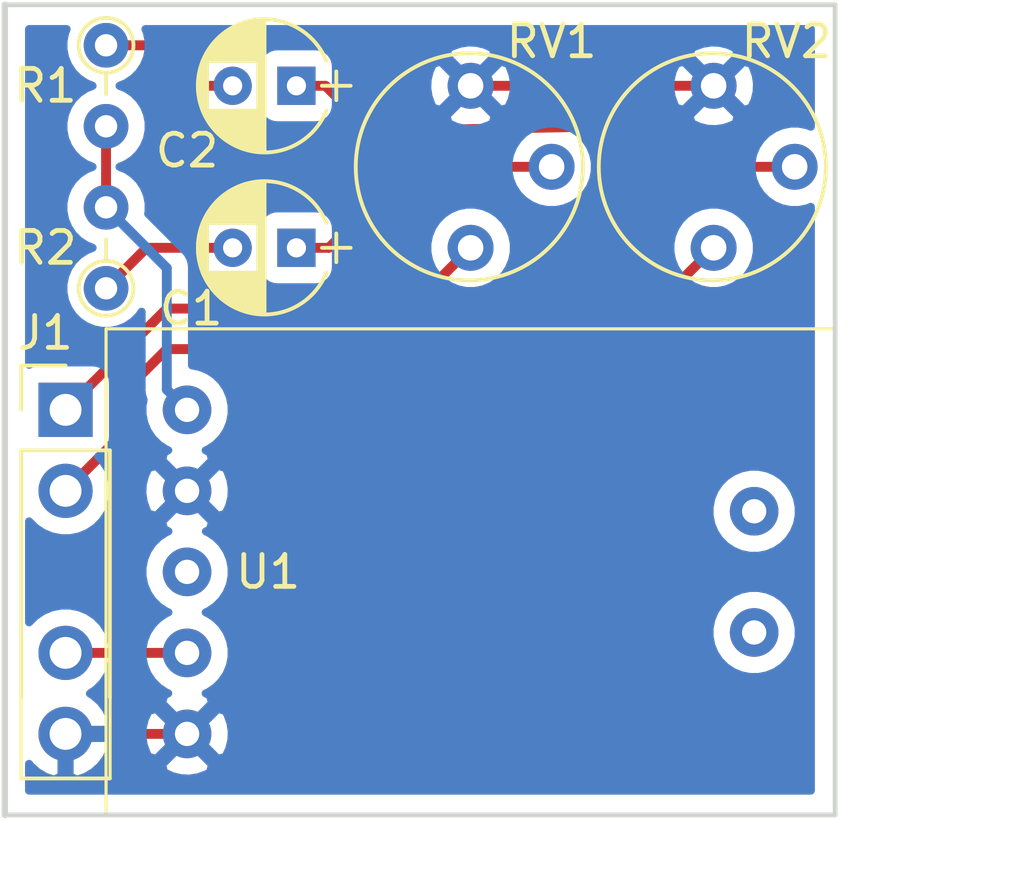
<source format=kicad_pcb>
(kicad_pcb (version 20171130) (host pcbnew "(5.1.5)-3")

  (general
    (thickness 1.6)
    (drawings 6)
    (tracks 30)
    (zones 0)
    (modules 8)
    (nets 10)
  )

  (page A4)
  (layers
    (0 F.Cu signal)
    (31 B.Cu signal)
    (32 B.Adhes user)
    (33 F.Adhes user)
    (34 B.Paste user)
    (35 F.Paste user)
    (36 B.SilkS user)
    (37 F.SilkS user)
    (38 B.Mask user)
    (39 F.Mask user)
    (40 Dwgs.User user)
    (41 Cmts.User user)
    (42 Eco1.User user)
    (43 Eco2.User user)
    (44 Edge.Cuts user)
    (45 Margin user)
    (46 B.CrtYd user)
    (47 F.CrtYd user)
    (48 B.Fab user)
    (49 F.Fab user)
  )

  (setup
    (last_trace_width 0.31)
    (trace_clearance 0.2)
    (zone_clearance 0.508)
    (zone_45_only no)
    (trace_min 0.2)
    (via_size 0.8)
    (via_drill 0.4)
    (via_min_size 0.4)
    (via_min_drill 0.3)
    (uvia_size 0.3)
    (uvia_drill 0.1)
    (uvias_allowed no)
    (uvia_min_size 0.2)
    (uvia_min_drill 0.1)
    (edge_width 0.15)
    (segment_width 0.2)
    (pcb_text_width 0.3)
    (pcb_text_size 1.5 1.5)
    (mod_edge_width 0.15)
    (mod_text_size 1 1)
    (mod_text_width 0.15)
    (pad_size 1.524 1.524)
    (pad_drill 0.762)
    (pad_to_mask_clearance 0.051)
    (solder_mask_min_width 0.25)
    (aux_axis_origin 0 0)
    (visible_elements 7FFFFFFF)
    (pcbplotparams
      (layerselection 0x20000_7ffffffe)
      (usegerberextensions false)
      (usegerberattributes false)
      (usegerberadvancedattributes false)
      (creategerberjobfile false)
      (excludeedgelayer false)
      (linewidth 0.100000)
      (plotframeref false)
      (viasonmask false)
      (mode 1)
      (useauxorigin false)
      (hpglpennumber 1)
      (hpglpenspeed 20)
      (hpglpendiameter 15.000000)
      (psnegative false)
      (psa4output false)
      (plotreference true)
      (plotvalue true)
      (plotinvisibletext false)
      (padsonsilk false)
      (subtractmaskfromsilk false)
      (outputformat 4)
      (mirror false)
      (drillshape 0)
      (scaleselection 1)
      (outputdirectory "Gerber/"))
  )

  (net 0 "")
  (net 1 GND)
  (net 2 "Net-(C1-Pad1)")
  (net 3 "Net-(C2-Pad1)")
  (net 4 +5V)
  (net 5 "Net-(J1-Pad2)")
  (net 6 "Net-(J1-Pad1)")
  (net 7 "Net-(C1-Pad2)")
  (net 8 "Net-(C2-Pad2)")
  (net 9 "Net-(R1-Pad2)")

  (net_class Default "Ceci est la Netclass par défaut"
    (clearance 0.2)
    (trace_width 0.31)
    (via_dia 0.8)
    (via_drill 0.4)
    (uvia_dia 0.3)
    (uvia_drill 0.1)
    (add_net +5V)
    (add_net GND)
    (add_net "Net-(C1-Pad1)")
    (add_net "Net-(C1-Pad2)")
    (add_net "Net-(C2-Pad1)")
    (add_net "Net-(C2-Pad2)")
    (add_net "Net-(J1-Pad1)")
    (add_net "Net-(J1-Pad2)")
    (add_net "Net-(R1-Pad2)")
  )

  (module Potentiometer_Trimmer_Vishay_T7YA_Horizontal (layer F.Cu) (tedit 5DCEC8BE) (tstamp 5DCEC929)
    (at 156.21 60.96)
    (descr "Potentiometer, horizontally mounted, Omeg PC16PU, Omeg PC16PU, Omeg PC16PU, Vishay/Spectrol 248GJ/249GJ Single, Vishay/Spectrol 248GJ/249GJ Single, Vishay/Spectrol 248GJ/249GJ Single, Vishay/Spectrol 248GH/249GH Single, Vishay/Spectrol 148/149 Single, Vishay/Spectrol 148/149 Single, Vishay/Spectrol 148/149 Single, Vishay/Spectrol 148A/149A Single with mounting plates, Vishay/Spectrol 148/149 Double, Vishay/Spectrol 148A/149A Double with mounting plates, Piher PC-16 Single, Piher PC-16 Single, Piher PC-16 Single, Piher PC-16SV Single, Piher PC-16 Double, Piher PC-16 Triple, Piher T16H Single, Piher T16L Single, Piher T16H Double, Alps RK163 Single, Alps RK163 Double, Alps RK097 Single, Alps RK097 Double, Bourns PTV09A-2 Single with mounting sleve Single, Bourns PTV09A-1 with mounting sleve Single, Bourns PRS11S Single, Alps RK09K Single with mounting sleve Single, Alps RK09K with mounting sleve Single, Alps RK09L Single, Alps RK09L Single, Alps RK09L Double, Alps RK09L Double, Alps RK09Y Single, Bourns 3339S Single, Bourns 3339S Single, Bourns 3339P Single, Bourns 3339H Single, Vishay T7YA Single, http://www.vishay.com/docs/51015/t7.pdf")
    (tags "Potentiometer horizontal  Omeg PC16PU  Omeg PC16PU  Omeg PC16PU  Vishay/Spectrol 248GJ/249GJ Single  Vishay/Spectrol 248GJ/249GJ Single  Vishay/Spectrol 248GJ/249GJ Single  Vishay/Spectrol 248GH/249GH Single  Vishay/Spectrol 148/149 Single  Vishay/Spectrol 148/149 Single  Vishay/Spectrol 148/149 Single  Vishay/Spectrol 148A/149A Single with mounting plates  Vishay/Spectrol 148/149 Double  Vishay/Spectrol 148A/149A Double with mounting plates  Piher PC-16 Single  Piher PC-16 Single  Piher PC-16 Single  Piher PC-16SV Single  Piher PC-16 Double  Piher PC-16 Triple  Piher T16H Single  Piher T16L Single  Piher T16H Double  Alps RK163 Single  Alps RK163 Double  Alps RK097 Single  Alps RK097 Double  Bourns PTV09A-2 Single with mounting sleve Single  Bourns PTV09A-1 with mounting sleve Single  Bourns PRS11S Single  Alps RK09K Single with mounting sleve Single  Alps RK09K with mounting sleve Single  Alps RK09L Single  Alps RK09L Single  Alps RK09L Double  Alps RK09L Double  Alps RK09Y Single  Bourns 3339S Single  Bourns 3339S Single  Bourns 3339P Single  Bourns 3339H Single  Vishay T7YA Single")
    (path /5DCD93E5)
    (fp_text reference RV2 (at 2.286 -6.477) (layer F.SilkS)
      (effects (font (size 1 1) (thickness 0.15)))
    )
    (fp_text value 10K (at 0.762 -1.397) (layer F.Fab)
      (effects (font (size 1 1) (thickness 0.15)))
    )
    (fp_circle (center -0.04 -2.54) (end 3.46 -2.54) (layer F.Fab) (width 0.1))
    (fp_circle (center -0.04 -2.54) (end 2.01 -2.54) (layer F.Fab) (width 0.1))
    (fp_circle (center -0.041 -2.54) (end 2.009 -2.54) (layer F.Fab) (width 0.1))
    (fp_circle (center -0.041 -2.54) (end 3.519 -2.54) (layer F.SilkS) (width 0.12))
    (fp_line (start 1.515 -3.844) (end -1.345 -0.985) (layer F.Fab) (width 0.1))
    (fp_line (start 1.265 -4.094) (end -1.595 -1.235) (layer F.Fab) (width 0.1))
    (fp_line (start -3.8 -6.3) (end -3.8 1.25) (layer F.CrtYd) (width 0.05))
    (fp_line (start -3.8 1.25) (end 3.75 1.25) (layer F.CrtYd) (width 0.05))
    (fp_line (start 3.75 1.25) (end 3.75 -6.3) (layer F.CrtYd) (width 0.05))
    (fp_line (start 3.75 -6.3) (end -3.8 -6.3) (layer F.CrtYd) (width 0.05))
    (pad 3 thru_hole circle (at 0 -5.08) (size 1.44 1.44) (drill 0.8) (layers *.Cu *.Mask)
      (net 1 GND))
    (pad 2 thru_hole circle (at 2.54 -2.54) (size 1.44 1.44) (drill 0.8) (layers *.Cu *.Mask)
      (net 3 "Net-(C2-Pad1)"))
    (pad 1 thru_hole circle (at 0 0) (size 1.44 1.44) (drill 0.8) (layers *.Cu *.Mask)
      (net 5 "Net-(J1-Pad2)"))
    (model ${KISYS3DMOD}/Potentiometer_THT.3dshapes/Potentiometer_Bourns_3339P_Vertical.wrl
      (offset (xyz 0 5.08 0))
      (scale (xyz 1 1 0.7))
      (rotate (xyz 0 0 180))
    )
  )

  (module pam8302a (layer F.Cu) (tedit 5DCD9018) (tstamp 5DCECE10)
    (at 139.7 71.12)
    (path /5DCD8E8B)
    (fp_text reference U1 (at 2.54 0) (layer F.SilkS)
      (effects (font (size 1 1) (thickness 0.15)))
    )
    (fp_text value PAM8302A (at 10.16 -0.5) (layer F.Fab)
      (effects (font (size 1 1) (thickness 0.15)))
    )
    (fp_line (start -2.54 7.62) (end -2.54 -7.62) (layer F.SilkS) (width 0.1))
    (fp_line (start 20.32 7.62) (end -2.54 7.62) (layer F.SilkS) (width 0.1))
    (fp_line (start 20.32 -7.62) (end 20.32 7.62) (layer F.SilkS) (width 0.1))
    (fp_line (start -2.54 -7.62) (end 20.32 -7.62) (layer F.SilkS) (width 0.1))
    (fp_line (start -2.54 -7.62) (end -2.54 7.62) (layer F.Fab) (width 0.1))
    (fp_line (start 20.32 -7.62) (end -2.54 -7.62) (layer F.Fab) (width 0.1))
    (fp_line (start 20.32 7.62) (end 20.32 -7.62) (layer F.Fab) (width 0.1))
    (fp_line (start -2.54 7.62) (end 20.32 7.62) (layer F.Fab) (width 0.1))
    (pad 7 thru_hole circle (at 17.78 1.9) (size 1.524 1.524) (drill 0.762) (layers *.Cu *.Mask))
    (pad 6 thru_hole circle (at 17.78 -1.9) (size 1.524 1.524) (drill 0.762) (layers *.Cu *.Mask))
    (pad 5 thru_hole circle (at 0 5.08) (size 1.524 1.524) (drill 0.762) (layers *.Cu *.Mask)
      (net 1 GND))
    (pad 4 thru_hole circle (at 0 2.54) (size 1.524 1.524) (drill 0.762) (layers *.Cu *.Mask)
      (net 4 +5V))
    (pad 3 thru_hole circle (at 0 0) (size 1.524 1.524) (drill 0.762) (layers *.Cu *.Mask))
    (pad 2 thru_hole circle (at 0 -2.54) (size 1.524 1.524) (drill 0.762) (layers *.Cu *.Mask)
      (net 1 GND))
    (pad 1 thru_hole circle (at 0 -5.08) (size 1.524 1.524) (drill 0.762) (layers *.Cu *.Mask)
      (net 9 "Net-(R1-Pad2)"))
  )

  (module CP_Radial_D4.0mm_P2.00mm (layer F.Cu) (tedit 5920C256) (tstamp 5E087077)
    (at 143.129 60.96 180)
    (descr "CP, Radial series, Radial, pin pitch=2.00mm, , diameter=4mm, Electrolytic Capacitor")
    (tags "CP Radial series Radial pin pitch 2.00mm  diameter 4mm Electrolytic Capacitor")
    (path /5DCD958C)
    (fp_text reference C1 (at 3.302 -1.905 180) (layer F.SilkS)
      (effects (font (size 1 1) (thickness 0.15)))
    )
    (fp_text value 10uF (at 1.016 -0.762 180) (layer F.Fab)
      (effects (font (size 1 1) (thickness 0.15)))
    )
    (fp_text user %R (at 1.016 1.143 180) (layer F.Fab)
      (effects (font (size 1 1) (thickness 0.15)))
    )
    (fp_line (start -1.7 0) (end -0.8 0) (layer F.Fab) (width 0.1))
    (fp_line (start -1.25 -0.45) (end -1.25 0.45) (layer F.Fab) (width 0.1))
    (fp_line (start 1 -2.05) (end 1 2.05) (layer F.SilkS) (width 0.12))
    (fp_line (start 1.04 -2.05) (end 1.04 2.05) (layer F.SilkS) (width 0.12))
    (fp_line (start 1.08 -2.049) (end 1.08 2.049) (layer F.SilkS) (width 0.12))
    (fp_line (start 1.12 -2.047) (end 1.12 2.047) (layer F.SilkS) (width 0.12))
    (fp_line (start 1.16 -2.044) (end 1.16 2.044) (layer F.SilkS) (width 0.12))
    (fp_line (start 1.2 -2.041) (end 1.2 2.041) (layer F.SilkS) (width 0.12))
    (fp_line (start 1.24 -2.037) (end 1.24 -0.78) (layer F.SilkS) (width 0.12))
    (fp_line (start 1.24 0.78) (end 1.24 2.037) (layer F.SilkS) (width 0.12))
    (fp_line (start 1.28 -2.032) (end 1.28 -0.78) (layer F.SilkS) (width 0.12))
    (fp_line (start 1.28 0.78) (end 1.28 2.032) (layer F.SilkS) (width 0.12))
    (fp_line (start 1.32 -2.026) (end 1.32 -0.78) (layer F.SilkS) (width 0.12))
    (fp_line (start 1.32 0.78) (end 1.32 2.026) (layer F.SilkS) (width 0.12))
    (fp_line (start 1.36 -2.019) (end 1.36 -0.78) (layer F.SilkS) (width 0.12))
    (fp_line (start 1.36 0.78) (end 1.36 2.019) (layer F.SilkS) (width 0.12))
    (fp_line (start 1.4 -2.012) (end 1.4 -0.78) (layer F.SilkS) (width 0.12))
    (fp_line (start 1.4 0.78) (end 1.4 2.012) (layer F.SilkS) (width 0.12))
    (fp_line (start 1.44 -2.004) (end 1.44 -0.78) (layer F.SilkS) (width 0.12))
    (fp_line (start 1.44 0.78) (end 1.44 2.004) (layer F.SilkS) (width 0.12))
    (fp_line (start 1.48 -1.995) (end 1.48 -0.78) (layer F.SilkS) (width 0.12))
    (fp_line (start 1.48 0.78) (end 1.48 1.995) (layer F.SilkS) (width 0.12))
    (fp_line (start 1.52 -1.985) (end 1.52 -0.78) (layer F.SilkS) (width 0.12))
    (fp_line (start 1.52 0.78) (end 1.52 1.985) (layer F.SilkS) (width 0.12))
    (fp_line (start 1.56 -1.974) (end 1.56 -0.78) (layer F.SilkS) (width 0.12))
    (fp_line (start 1.56 0.78) (end 1.56 1.974) (layer F.SilkS) (width 0.12))
    (fp_line (start 1.6 -1.963) (end 1.6 -0.78) (layer F.SilkS) (width 0.12))
    (fp_line (start 1.6 0.78) (end 1.6 1.963) (layer F.SilkS) (width 0.12))
    (fp_line (start 1.64 -1.95) (end 1.64 -0.78) (layer F.SilkS) (width 0.12))
    (fp_line (start 1.64 0.78) (end 1.64 1.95) (layer F.SilkS) (width 0.12))
    (fp_line (start 1.68 -1.937) (end 1.68 -0.78) (layer F.SilkS) (width 0.12))
    (fp_line (start 1.68 0.78) (end 1.68 1.937) (layer F.SilkS) (width 0.12))
    (fp_line (start 1.721 -1.923) (end 1.721 -0.78) (layer F.SilkS) (width 0.12))
    (fp_line (start 1.721 0.78) (end 1.721 1.923) (layer F.SilkS) (width 0.12))
    (fp_line (start 1.761 -1.907) (end 1.761 -0.78) (layer F.SilkS) (width 0.12))
    (fp_line (start 1.761 0.78) (end 1.761 1.907) (layer F.SilkS) (width 0.12))
    (fp_line (start 1.801 -1.891) (end 1.801 -0.78) (layer F.SilkS) (width 0.12))
    (fp_line (start 1.801 0.78) (end 1.801 1.891) (layer F.SilkS) (width 0.12))
    (fp_line (start 1.841 -1.874) (end 1.841 -0.78) (layer F.SilkS) (width 0.12))
    (fp_line (start 1.841 0.78) (end 1.841 1.874) (layer F.SilkS) (width 0.12))
    (fp_line (start 1.881 -1.856) (end 1.881 -0.78) (layer F.SilkS) (width 0.12))
    (fp_line (start 1.881 0.78) (end 1.881 1.856) (layer F.SilkS) (width 0.12))
    (fp_line (start 1.921 -1.837) (end 1.921 -0.78) (layer F.SilkS) (width 0.12))
    (fp_line (start 1.921 0.78) (end 1.921 1.837) (layer F.SilkS) (width 0.12))
    (fp_line (start 1.961 -1.817) (end 1.961 -0.78) (layer F.SilkS) (width 0.12))
    (fp_line (start 1.961 0.78) (end 1.961 1.817) (layer F.SilkS) (width 0.12))
    (fp_line (start 2.001 -1.796) (end 2.001 -0.78) (layer F.SilkS) (width 0.12))
    (fp_line (start 2.001 0.78) (end 2.001 1.796) (layer F.SilkS) (width 0.12))
    (fp_line (start 2.041 -1.773) (end 2.041 -0.78) (layer F.SilkS) (width 0.12))
    (fp_line (start 2.041 0.78) (end 2.041 1.773) (layer F.SilkS) (width 0.12))
    (fp_line (start 2.081 -1.75) (end 2.081 -0.78) (layer F.SilkS) (width 0.12))
    (fp_line (start 2.081 0.78) (end 2.081 1.75) (layer F.SilkS) (width 0.12))
    (fp_line (start 2.121 -1.725) (end 2.121 -0.78) (layer F.SilkS) (width 0.12))
    (fp_line (start 2.121 0.78) (end 2.121 1.725) (layer F.SilkS) (width 0.12))
    (fp_line (start 2.161 -1.699) (end 2.161 -0.78) (layer F.SilkS) (width 0.12))
    (fp_line (start 2.161 0.78) (end 2.161 1.699) (layer F.SilkS) (width 0.12))
    (fp_line (start 2.201 -1.672) (end 2.201 -0.78) (layer F.SilkS) (width 0.12))
    (fp_line (start 2.201 0.78) (end 2.201 1.672) (layer F.SilkS) (width 0.12))
    (fp_line (start 2.241 -1.643) (end 2.241 -0.78) (layer F.SilkS) (width 0.12))
    (fp_line (start 2.241 0.78) (end 2.241 1.643) (layer F.SilkS) (width 0.12))
    (fp_line (start 2.281 -1.613) (end 2.281 -0.78) (layer F.SilkS) (width 0.12))
    (fp_line (start 2.281 0.78) (end 2.281 1.613) (layer F.SilkS) (width 0.12))
    (fp_line (start 2.321 -1.581) (end 2.321 -0.78) (layer F.SilkS) (width 0.12))
    (fp_line (start 2.321 0.78) (end 2.321 1.581) (layer F.SilkS) (width 0.12))
    (fp_line (start 2.361 -1.547) (end 2.361 -0.78) (layer F.SilkS) (width 0.12))
    (fp_line (start 2.361 0.78) (end 2.361 1.547) (layer F.SilkS) (width 0.12))
    (fp_line (start 2.401 -1.512) (end 2.401 -0.78) (layer F.SilkS) (width 0.12))
    (fp_line (start 2.401 0.78) (end 2.401 1.512) (layer F.SilkS) (width 0.12))
    (fp_line (start 2.441 -1.475) (end 2.441 -0.78) (layer F.SilkS) (width 0.12))
    (fp_line (start 2.441 0.78) (end 2.441 1.475) (layer F.SilkS) (width 0.12))
    (fp_line (start 2.481 -1.436) (end 2.481 -0.78) (layer F.SilkS) (width 0.12))
    (fp_line (start 2.481 0.78) (end 2.481 1.436) (layer F.SilkS) (width 0.12))
    (fp_line (start 2.521 -1.395) (end 2.521 -0.78) (layer F.SilkS) (width 0.12))
    (fp_line (start 2.521 0.78) (end 2.521 1.395) (layer F.SilkS) (width 0.12))
    (fp_line (start 2.561 -1.351) (end 2.561 -0.78) (layer F.SilkS) (width 0.12))
    (fp_line (start 2.561 0.78) (end 2.561 1.351) (layer F.SilkS) (width 0.12))
    (fp_line (start 2.601 -1.305) (end 2.601 -0.78) (layer F.SilkS) (width 0.12))
    (fp_line (start 2.601 0.78) (end 2.601 1.305) (layer F.SilkS) (width 0.12))
    (fp_line (start 2.641 -1.256) (end 2.641 -0.78) (layer F.SilkS) (width 0.12))
    (fp_line (start 2.641 0.78) (end 2.641 1.256) (layer F.SilkS) (width 0.12))
    (fp_line (start 2.681 -1.204) (end 2.681 -0.78) (layer F.SilkS) (width 0.12))
    (fp_line (start 2.681 0.78) (end 2.681 1.204) (layer F.SilkS) (width 0.12))
    (fp_line (start 2.721 -1.148) (end 2.721 -0.78) (layer F.SilkS) (width 0.12))
    (fp_line (start 2.721 0.78) (end 2.721 1.148) (layer F.SilkS) (width 0.12))
    (fp_line (start 2.761 -1.088) (end 2.761 -0.78) (layer F.SilkS) (width 0.12))
    (fp_line (start 2.761 0.78) (end 2.761 1.088) (layer F.SilkS) (width 0.12))
    (fp_line (start 2.801 -1.023) (end 2.801 1.023) (layer F.SilkS) (width 0.12))
    (fp_line (start 2.841 -0.952) (end 2.841 0.952) (layer F.SilkS) (width 0.12))
    (fp_line (start 2.881 -0.874) (end 2.881 0.874) (layer F.SilkS) (width 0.12))
    (fp_line (start 2.921 -0.786) (end 2.921 0.786) (layer F.SilkS) (width 0.12))
    (fp_line (start 2.961 -0.686) (end 2.961 0.686) (layer F.SilkS) (width 0.12))
    (fp_line (start 3.001 -0.567) (end 3.001 0.567) (layer F.SilkS) (width 0.12))
    (fp_line (start 3.041 -0.415) (end 3.041 0.415) (layer F.SilkS) (width 0.12))
    (fp_line (start 3.081 -0.165) (end 3.081 0.165) (layer F.SilkS) (width 0.12))
    (fp_line (start -1.7 0) (end -0.8 0) (layer F.SilkS) (width 0.12))
    (fp_line (start -1.25 -0.45) (end -1.25 0.45) (layer F.SilkS) (width 0.12))
    (fp_line (start -1.35 -2.35) (end -1.35 2.35) (layer F.CrtYd) (width 0.05))
    (fp_line (start -1.35 2.35) (end 3.35 2.35) (layer F.CrtYd) (width 0.05))
    (fp_line (start 3.35 2.35) (end 3.35 -2.35) (layer F.CrtYd) (width 0.05))
    (fp_line (start 3.35 -2.35) (end -1.35 -2.35) (layer F.CrtYd) (width 0.05))
    (fp_circle (center 1 0) (end 3 0) (layer F.Fab) (width 0.1))
    (fp_arc (start 1 0) (end -0.938995 -0.78) (angle 136.2) (layer F.SilkS) (width 0.12))
    (fp_arc (start 1 0) (end -0.938995 0.78) (angle -136.2) (layer F.SilkS) (width 0.12))
    (fp_arc (start 1 0) (end 2.938995 -0.78) (angle 43.8) (layer F.SilkS) (width 0.12))
    (pad 1 thru_hole rect (at 0 0 180) (size 1.2 1.2) (drill 0.6) (layers *.Cu *.Mask)
      (net 2 "Net-(C1-Pad1)"))
    (pad 2 thru_hole circle (at 2 0 180) (size 1.2 1.2) (drill 0.6) (layers *.Cu *.Mask)
      (net 7 "Net-(C1-Pad2)"))
    (model ${KISYS3DMOD}/Capacitor_THT.3dshapes/CP_Radial_D4.0mm_P2.00mm.wrl
      (at (xyz 0 0 0))
      (scale (xyz 1 1 1.5))
      (rotate (xyz 0 0 0))
    )
  )

  (module CP_Radial_D4.0mm_P2.00mm (layer F.Cu) (tedit 5920C256) (tstamp 5E08690B)
    (at 143.129 55.88 180)
    (descr "CP, Radial series, Radial, pin pitch=2.00mm, , diameter=4mm, Electrolytic Capacitor")
    (tags "CP Radial series Radial pin pitch 2.00mm  diameter 4mm Electrolytic Capacitor")
    (path /5DCEC1EA)
    (fp_text reference C2 (at 3.429 -2.032 180) (layer F.SilkS)
      (effects (font (size 1 1) (thickness 0.15)))
    )
    (fp_text value 10uF (at 1.016 -0.635 180) (layer F.Fab)
      (effects (font (size 1 1) (thickness 0.15)))
    )
    (fp_arc (start 1 0) (end 2.938995 -0.78) (angle 43.8) (layer F.SilkS) (width 0.12))
    (fp_arc (start 1 0) (end -0.938995 0.78) (angle -136.2) (layer F.SilkS) (width 0.12))
    (fp_arc (start 1 0) (end -0.938995 -0.78) (angle 136.2) (layer F.SilkS) (width 0.12))
    (fp_circle (center 1 0) (end 3 0) (layer F.Fab) (width 0.1))
    (fp_line (start 3.35 -2.35) (end -1.35 -2.35) (layer F.CrtYd) (width 0.05))
    (fp_line (start 3.35 2.35) (end 3.35 -2.35) (layer F.CrtYd) (width 0.05))
    (fp_line (start -1.35 2.35) (end 3.35 2.35) (layer F.CrtYd) (width 0.05))
    (fp_line (start -1.35 -2.35) (end -1.35 2.35) (layer F.CrtYd) (width 0.05))
    (fp_line (start -1.25 -0.45) (end -1.25 0.45) (layer F.SilkS) (width 0.12))
    (fp_line (start -1.7 0) (end -0.8 0) (layer F.SilkS) (width 0.12))
    (fp_line (start 3.081 -0.165) (end 3.081 0.165) (layer F.SilkS) (width 0.12))
    (fp_line (start 3.041 -0.415) (end 3.041 0.415) (layer F.SilkS) (width 0.12))
    (fp_line (start 3.001 -0.567) (end 3.001 0.567) (layer F.SilkS) (width 0.12))
    (fp_line (start 2.961 -0.686) (end 2.961 0.686) (layer F.SilkS) (width 0.12))
    (fp_line (start 2.921 -0.786) (end 2.921 0.786) (layer F.SilkS) (width 0.12))
    (fp_line (start 2.881 -0.874) (end 2.881 0.874) (layer F.SilkS) (width 0.12))
    (fp_line (start 2.841 -0.952) (end 2.841 0.952) (layer F.SilkS) (width 0.12))
    (fp_line (start 2.801 -1.023) (end 2.801 1.023) (layer F.SilkS) (width 0.12))
    (fp_line (start 2.761 0.78) (end 2.761 1.088) (layer F.SilkS) (width 0.12))
    (fp_line (start 2.761 -1.088) (end 2.761 -0.78) (layer F.SilkS) (width 0.12))
    (fp_line (start 2.721 0.78) (end 2.721 1.148) (layer F.SilkS) (width 0.12))
    (fp_line (start 2.721 -1.148) (end 2.721 -0.78) (layer F.SilkS) (width 0.12))
    (fp_line (start 2.681 0.78) (end 2.681 1.204) (layer F.SilkS) (width 0.12))
    (fp_line (start 2.681 -1.204) (end 2.681 -0.78) (layer F.SilkS) (width 0.12))
    (fp_line (start 2.641 0.78) (end 2.641 1.256) (layer F.SilkS) (width 0.12))
    (fp_line (start 2.641 -1.256) (end 2.641 -0.78) (layer F.SilkS) (width 0.12))
    (fp_line (start 2.601 0.78) (end 2.601 1.305) (layer F.SilkS) (width 0.12))
    (fp_line (start 2.601 -1.305) (end 2.601 -0.78) (layer F.SilkS) (width 0.12))
    (fp_line (start 2.561 0.78) (end 2.561 1.351) (layer F.SilkS) (width 0.12))
    (fp_line (start 2.561 -1.351) (end 2.561 -0.78) (layer F.SilkS) (width 0.12))
    (fp_line (start 2.521 0.78) (end 2.521 1.395) (layer F.SilkS) (width 0.12))
    (fp_line (start 2.521 -1.395) (end 2.521 -0.78) (layer F.SilkS) (width 0.12))
    (fp_line (start 2.481 0.78) (end 2.481 1.436) (layer F.SilkS) (width 0.12))
    (fp_line (start 2.481 -1.436) (end 2.481 -0.78) (layer F.SilkS) (width 0.12))
    (fp_line (start 2.441 0.78) (end 2.441 1.475) (layer F.SilkS) (width 0.12))
    (fp_line (start 2.441 -1.475) (end 2.441 -0.78) (layer F.SilkS) (width 0.12))
    (fp_line (start 2.401 0.78) (end 2.401 1.512) (layer F.SilkS) (width 0.12))
    (fp_line (start 2.401 -1.512) (end 2.401 -0.78) (layer F.SilkS) (width 0.12))
    (fp_line (start 2.361 0.78) (end 2.361 1.547) (layer F.SilkS) (width 0.12))
    (fp_line (start 2.361 -1.547) (end 2.361 -0.78) (layer F.SilkS) (width 0.12))
    (fp_line (start 2.321 0.78) (end 2.321 1.581) (layer F.SilkS) (width 0.12))
    (fp_line (start 2.321 -1.581) (end 2.321 -0.78) (layer F.SilkS) (width 0.12))
    (fp_line (start 2.281 0.78) (end 2.281 1.613) (layer F.SilkS) (width 0.12))
    (fp_line (start 2.281 -1.613) (end 2.281 -0.78) (layer F.SilkS) (width 0.12))
    (fp_line (start 2.241 0.78) (end 2.241 1.643) (layer F.SilkS) (width 0.12))
    (fp_line (start 2.241 -1.643) (end 2.241 -0.78) (layer F.SilkS) (width 0.12))
    (fp_line (start 2.201 0.78) (end 2.201 1.672) (layer F.SilkS) (width 0.12))
    (fp_line (start 2.201 -1.672) (end 2.201 -0.78) (layer F.SilkS) (width 0.12))
    (fp_line (start 2.161 0.78) (end 2.161 1.699) (layer F.SilkS) (width 0.12))
    (fp_line (start 2.161 -1.699) (end 2.161 -0.78) (layer F.SilkS) (width 0.12))
    (fp_line (start 2.121 0.78) (end 2.121 1.725) (layer F.SilkS) (width 0.12))
    (fp_line (start 2.121 -1.725) (end 2.121 -0.78) (layer F.SilkS) (width 0.12))
    (fp_line (start 2.081 0.78) (end 2.081 1.75) (layer F.SilkS) (width 0.12))
    (fp_line (start 2.081 -1.75) (end 2.081 -0.78) (layer F.SilkS) (width 0.12))
    (fp_line (start 2.041 0.78) (end 2.041 1.773) (layer F.SilkS) (width 0.12))
    (fp_line (start 2.041 -1.773) (end 2.041 -0.78) (layer F.SilkS) (width 0.12))
    (fp_line (start 2.001 0.78) (end 2.001 1.796) (layer F.SilkS) (width 0.12))
    (fp_line (start 2.001 -1.796) (end 2.001 -0.78) (layer F.SilkS) (width 0.12))
    (fp_line (start 1.961 0.78) (end 1.961 1.817) (layer F.SilkS) (width 0.12))
    (fp_line (start 1.961 -1.817) (end 1.961 -0.78) (layer F.SilkS) (width 0.12))
    (fp_line (start 1.921 0.78) (end 1.921 1.837) (layer F.SilkS) (width 0.12))
    (fp_line (start 1.921 -1.837) (end 1.921 -0.78) (layer F.SilkS) (width 0.12))
    (fp_line (start 1.881 0.78) (end 1.881 1.856) (layer F.SilkS) (width 0.12))
    (fp_line (start 1.881 -1.856) (end 1.881 -0.78) (layer F.SilkS) (width 0.12))
    (fp_line (start 1.841 0.78) (end 1.841 1.874) (layer F.SilkS) (width 0.12))
    (fp_line (start 1.841 -1.874) (end 1.841 -0.78) (layer F.SilkS) (width 0.12))
    (fp_line (start 1.801 0.78) (end 1.801 1.891) (layer F.SilkS) (width 0.12))
    (fp_line (start 1.801 -1.891) (end 1.801 -0.78) (layer F.SilkS) (width 0.12))
    (fp_line (start 1.761 0.78) (end 1.761 1.907) (layer F.SilkS) (width 0.12))
    (fp_line (start 1.761 -1.907) (end 1.761 -0.78) (layer F.SilkS) (width 0.12))
    (fp_line (start 1.721 0.78) (end 1.721 1.923) (layer F.SilkS) (width 0.12))
    (fp_line (start 1.721 -1.923) (end 1.721 -0.78) (layer F.SilkS) (width 0.12))
    (fp_line (start 1.68 0.78) (end 1.68 1.937) (layer F.SilkS) (width 0.12))
    (fp_line (start 1.68 -1.937) (end 1.68 -0.78) (layer F.SilkS) (width 0.12))
    (fp_line (start 1.64 0.78) (end 1.64 1.95) (layer F.SilkS) (width 0.12))
    (fp_line (start 1.64 -1.95) (end 1.64 -0.78) (layer F.SilkS) (width 0.12))
    (fp_line (start 1.6 0.78) (end 1.6 1.963) (layer F.SilkS) (width 0.12))
    (fp_line (start 1.6 -1.963) (end 1.6 -0.78) (layer F.SilkS) (width 0.12))
    (fp_line (start 1.56 0.78) (end 1.56 1.974) (layer F.SilkS) (width 0.12))
    (fp_line (start 1.56 -1.974) (end 1.56 -0.78) (layer F.SilkS) (width 0.12))
    (fp_line (start 1.52 0.78) (end 1.52 1.985) (layer F.SilkS) (width 0.12))
    (fp_line (start 1.52 -1.985) (end 1.52 -0.78) (layer F.SilkS) (width 0.12))
    (fp_line (start 1.48 0.78) (end 1.48 1.995) (layer F.SilkS) (width 0.12))
    (fp_line (start 1.48 -1.995) (end 1.48 -0.78) (layer F.SilkS) (width 0.12))
    (fp_line (start 1.44 0.78) (end 1.44 2.004) (layer F.SilkS) (width 0.12))
    (fp_line (start 1.44 -2.004) (end 1.44 -0.78) (layer F.SilkS) (width 0.12))
    (fp_line (start 1.4 0.78) (end 1.4 2.012) (layer F.SilkS) (width 0.12))
    (fp_line (start 1.4 -2.012) (end 1.4 -0.78) (layer F.SilkS) (width 0.12))
    (fp_line (start 1.36 0.78) (end 1.36 2.019) (layer F.SilkS) (width 0.12))
    (fp_line (start 1.36 -2.019) (end 1.36 -0.78) (layer F.SilkS) (width 0.12))
    (fp_line (start 1.32 0.78) (end 1.32 2.026) (layer F.SilkS) (width 0.12))
    (fp_line (start 1.32 -2.026) (end 1.32 -0.78) (layer F.SilkS) (width 0.12))
    (fp_line (start 1.28 0.78) (end 1.28 2.032) (layer F.SilkS) (width 0.12))
    (fp_line (start 1.28 -2.032) (end 1.28 -0.78) (layer F.SilkS) (width 0.12))
    (fp_line (start 1.24 0.78) (end 1.24 2.037) (layer F.SilkS) (width 0.12))
    (fp_line (start 1.24 -2.037) (end 1.24 -0.78) (layer F.SilkS) (width 0.12))
    (fp_line (start 1.2 -2.041) (end 1.2 2.041) (layer F.SilkS) (width 0.12))
    (fp_line (start 1.16 -2.044) (end 1.16 2.044) (layer F.SilkS) (width 0.12))
    (fp_line (start 1.12 -2.047) (end 1.12 2.047) (layer F.SilkS) (width 0.12))
    (fp_line (start 1.08 -2.049) (end 1.08 2.049) (layer F.SilkS) (width 0.12))
    (fp_line (start 1.04 -2.05) (end 1.04 2.05) (layer F.SilkS) (width 0.12))
    (fp_line (start 1 -2.05) (end 1 2.05) (layer F.SilkS) (width 0.12))
    (fp_line (start -1.25 -0.45) (end -1.25 0.45) (layer F.Fab) (width 0.1))
    (fp_line (start -1.7 0) (end -0.8 0) (layer F.Fab) (width 0.1))
    (fp_text user %R (at 1.143 1.143 180) (layer F.Fab)
      (effects (font (size 1 1) (thickness 0.15)))
    )
    (pad 2 thru_hole circle (at 2 0 180) (size 1.2 1.2) (drill 0.6) (layers *.Cu *.Mask)
      (net 8 "Net-(C2-Pad2)"))
    (pad 1 thru_hole rect (at 0 0 180) (size 1.2 1.2) (drill 0.6) (layers *.Cu *.Mask)
      (net 3 "Net-(C2-Pad1)"))
    (model ${KISYS3DMOD}/Capacitor_THT.3dshapes/CP_Radial_D4.0mm_P2.00mm.wrl
      (at (xyz 0 0 0))
      (scale (xyz 1 1 1.5))
      (rotate (xyz 0 0 0))
    )
  )

  (module Pin_Header_Straight_1x04_Pitch2.54mm_mod (layer F.Cu) (tedit 5DCEBCEF) (tstamp 5E086927)
    (at 135.89 66.04)
    (descr "Through hole straight pin header, 1x04, 2.54mm pitch, single row")
    (tags "Through hole pin header THT 1x04 2.54mm single row")
    (path /5DCD91E5)
    (fp_text reference J1 (at -0.635 -2.413 180) (layer F.SilkS)
      (effects (font (size 1 1) (thickness 0.15)))
    )
    (fp_text value Audio_In (at 0 5.08 90) (layer F.Fab)
      (effects (font (size 1 1) (thickness 0.15)))
    )
    (fp_line (start 1.6 -1.6) (end -1.6 -1.6) (layer F.CrtYd) (width 0.05))
    (fp_line (start 1.6 9.2) (end 1.6 -1.6) (layer F.CrtYd) (width 0.05))
    (fp_line (start -1.6 11.684) (end 1.6 11.684) (layer F.CrtYd) (width 0.05))
    (fp_line (start -1.6 -1.6) (end -1.6 9.2) (layer F.CrtYd) (width 0.05))
    (fp_line (start -1.39 -1.39) (end 0 -1.39) (layer F.SilkS) (width 0.12))
    (fp_line (start -1.39 0) (end -1.39 -1.39) (layer F.SilkS) (width 0.12))
    (fp_line (start 1.39 1.27) (end -1.39 1.27) (layer F.SilkS) (width 0.12))
    (fp_line (start 1.39 9.01) (end 1.39 1.27) (layer F.SilkS) (width 0.12))
    (fp_line (start -1.39 11.557) (end 1.39 11.557) (layer F.SilkS) (width 0.12))
    (fp_line (start -1.39 1.27) (end -1.39 9.01) (layer F.SilkS) (width 0.12))
    (fp_line (start 1.27 -1.27) (end -1.27 -1.27) (layer F.Fab) (width 0.1))
    (fp_line (start 1.27 8.89) (end 1.27 -1.27) (layer F.Fab) (width 0.1))
    (fp_line (start -1.27 -1.27) (end -1.27 8.89) (layer F.Fab) (width 0.1))
    (fp_line (start 1.397 9.017) (end 1.397 11.557) (layer F.SilkS) (width 0.1))
    (fp_line (start -1.397 9.017) (end -1.397 11.557) (layer F.SilkS) (width 0.1))
    (fp_line (start -1.27 8.89) (end -1.27 11.43) (layer F.Fab) (width 0.1))
    (fp_line (start -1.27 11.43) (end 1.27 11.43) (layer F.Fab) (width 0.1))
    (fp_line (start 1.27 11.43) (end 1.27 8.89) (layer F.Fab) (width 0.1))
    (fp_line (start 1.6002 9.2075) (end 1.6002 11.684) (layer F.CrtYd) (width 0.1))
    (fp_line (start -1.6002 9.2075) (end -1.6002 11.6713) (layer F.CrtYd) (width 0.1))
    (pad 4 thru_hole oval (at 0 10.16) (size 1.7 1.7) (drill 1) (layers *.Cu *.Mask)
      (net 1 GND))
    (pad 3 thru_hole oval (at 0 7.62) (size 1.7 1.7) (drill 1) (layers *.Cu *.Mask)
      (net 4 +5V))
    (pad 2 thru_hole oval (at 0 2.54) (size 1.7 1.7) (drill 1) (layers *.Cu *.Mask)
      (net 5 "Net-(J1-Pad2)"))
    (pad 1 thru_hole rect (at 0 0) (size 1.7 1.7) (drill 1) (layers *.Cu *.Mask)
      (net 6 "Net-(J1-Pad1)"))
    (model ${KISYS3DMOD}/Connector_PinHeader_2.54mm.3dshapes/PinHeader_1x02_P2.54mm_Horizontal.wrl
      (offset (xyz 0 -10.16 0))
      (scale (xyz 1 1 1))
      (rotate (xyz 0 0 180))
    )
    (model ${KISYS3DMOD}/Connector_PinHeader_2.54mm.3dshapes/PinHeader_1x02_P2.54mm_Horizontal.wrl
      (offset (xyz 0 -2.54 0))
      (scale (xyz 1 1 1))
      (rotate (xyz 0 0 180))
    )
  )

  (module Potentiometer_Trimmer_Vishay_T7YA_Horizontal (layer F.Cu) (tedit 58826B09) (tstamp 5E086965)
    (at 148.59 60.96)
    (descr "Potentiometer, horizontally mounted, Omeg PC16PU, Omeg PC16PU, Omeg PC16PU, Vishay/Spectrol 248GJ/249GJ Single, Vishay/Spectrol 248GJ/249GJ Single, Vishay/Spectrol 248GJ/249GJ Single, Vishay/Spectrol 248GH/249GH Single, Vishay/Spectrol 148/149 Single, Vishay/Spectrol 148/149 Single, Vishay/Spectrol 148/149 Single, Vishay/Spectrol 148A/149A Single with mounting plates, Vishay/Spectrol 148/149 Double, Vishay/Spectrol 148A/149A Double with mounting plates, Piher PC-16 Single, Piher PC-16 Single, Piher PC-16 Single, Piher PC-16SV Single, Piher PC-16 Double, Piher PC-16 Triple, Piher T16H Single, Piher T16L Single, Piher T16H Double, Alps RK163 Single, Alps RK163 Double, Alps RK097 Single, Alps RK097 Double, Bourns PTV09A-2 Single with mounting sleve Single, Bourns PTV09A-1 with mounting sleve Single, Bourns PRS11S Single, Alps RK09K Single with mounting sleve Single, Alps RK09K with mounting sleve Single, Alps RK09L Single, Alps RK09L Single, Alps RK09L Double, Alps RK09L Double, Alps RK09Y Single, Bourns 3339S Single, Bourns 3339S Single, Bourns 3339P Single, Bourns 3339H Single, Vishay T7YA Single, http://www.vishay.com/docs/51015/t7.pdf")
    (tags "Potentiometer horizontal  Omeg PC16PU  Omeg PC16PU  Omeg PC16PU  Vishay/Spectrol 248GJ/249GJ Single  Vishay/Spectrol 248GJ/249GJ Single  Vishay/Spectrol 248GJ/249GJ Single  Vishay/Spectrol 248GH/249GH Single  Vishay/Spectrol 148/149 Single  Vishay/Spectrol 148/149 Single  Vishay/Spectrol 148/149 Single  Vishay/Spectrol 148A/149A Single with mounting plates  Vishay/Spectrol 148/149 Double  Vishay/Spectrol 148A/149A Double with mounting plates  Piher PC-16 Single  Piher PC-16 Single  Piher PC-16 Single  Piher PC-16SV Single  Piher PC-16 Double  Piher PC-16 Triple  Piher T16H Single  Piher T16L Single  Piher T16H Double  Alps RK163 Single  Alps RK163 Double  Alps RK097 Single  Alps RK097 Double  Bourns PTV09A-2 Single with mounting sleve Single  Bourns PTV09A-1 with mounting sleve Single  Bourns PRS11S Single  Alps RK09K Single with mounting sleve Single  Alps RK09K with mounting sleve Single  Alps RK09L Single  Alps RK09L Single  Alps RK09L Double  Alps RK09L Double  Alps RK09Y Single  Bourns 3339S Single  Bourns 3339S Single  Bourns 3339P Single  Bourns 3339H Single  Vishay T7YA Single")
    (path /5DCD949C)
    (fp_text reference RV1 (at 2.54 -6.477) (layer F.SilkS)
      (effects (font (size 1 1) (thickness 0.15)))
    )
    (fp_text value 10K (at 0.762 -1.397) (layer F.Fab)
      (effects (font (size 1 1) (thickness 0.15)))
    )
    (fp_line (start 3.75 -6.3) (end -3.8 -6.3) (layer F.CrtYd) (width 0.05))
    (fp_line (start 3.75 1.25) (end 3.75 -6.3) (layer F.CrtYd) (width 0.05))
    (fp_line (start -3.8 1.25) (end 3.75 1.25) (layer F.CrtYd) (width 0.05))
    (fp_line (start -3.8 -6.3) (end -3.8 1.25) (layer F.CrtYd) (width 0.05))
    (fp_line (start 1.265 -4.094) (end -1.595 -1.235) (layer F.Fab) (width 0.1))
    (fp_line (start 1.515 -3.844) (end -1.345 -0.985) (layer F.Fab) (width 0.1))
    (fp_circle (center -0.041 -2.54) (end 3.519 -2.54) (layer F.SilkS) (width 0.12))
    (fp_circle (center -0.041 -2.54) (end 2.009 -2.54) (layer F.Fab) (width 0.1))
    (fp_circle (center -0.04 -2.54) (end 2.01 -2.54) (layer F.Fab) (width 0.1))
    (fp_circle (center -0.04 -2.54) (end 3.46 -2.54) (layer F.Fab) (width 0.1))
    (pad 1 thru_hole circle (at 0 0) (size 1.44 1.44) (drill 0.8) (layers *.Cu *.Mask)
      (net 6 "Net-(J1-Pad1)"))
    (pad 2 thru_hole circle (at 2.54 -2.54) (size 1.44 1.44) (drill 0.8) (layers *.Cu *.Mask)
      (net 2 "Net-(C1-Pad1)"))
    (pad 3 thru_hole circle (at 0 -5.08) (size 1.44 1.44) (drill 0.8) (layers *.Cu *.Mask)
      (net 1 GND))
    (model ${KISYS3DMOD}/Potentiometer_THT.3dshapes/Potentiometer_Bourns_3339P_Vertical.wrl
      (offset (xyz 0 5.08 0))
      (scale (xyz 1 1 0.7))
      (rotate (xyz 0 0 180))
    )
  )

  (module Resistors_THT:R_Axial_DIN0204_L3.6mm_D1.6mm_P2.54mm_Vertical (layer F.Cu) (tedit 5A200B97) (tstamp 5DCEBF92)
    (at 137.16 62.23 90)
    (descr "Resistor, Axial_DIN0204 series, Axial, Vertical, pin pitch=2.54mm, 0.16666666666666666W = 1/6W, length*diameter=3.6*1.6mm^2, http://cdn-reichelt.de/documents/datenblatt/B400/1_4W%23YAG.pdf")
    (tags "Resistor Axial_DIN0204 series Axial Vertical pin pitch 2.54mm 0.16666666666666666W = 1/6W length 3.6mm diameter 1.6mm")
    (path /5DCED8C9)
    (fp_text reference R1 (at 6.35 -1.905 -180) (layer F.SilkS)
      (effects (font (size 1 1) (thickness 0.15)))
    )
    (fp_text value 1,5K (at 1.225 -0.075 90) (layer F.Fab)
      (effects (font (size 1 1) (thickness 0.15)))
    )
    (fp_text user %R (at 6.35 -1.905 180) (layer F.Fab)
      (effects (font (size 1 1) (thickness 0.15)))
    )
    (fp_circle (center 0 0) (end 0.8 0) (layer F.Fab) (width 0.1))
    (fp_circle (center 0 0) (end 0.86 0) (layer F.SilkS) (width 0.12))
    (fp_line (start 0 0) (end 2.54 0) (layer F.Fab) (width 0.1))
    (fp_line (start 0.86 0) (end 1.54 0) (layer F.SilkS) (width 0.12))
    (fp_line (start -1.15 -1.15) (end -1.15 1.15) (layer F.CrtYd) (width 0.05))
    (fp_line (start -1.15 1.15) (end 3.55 1.15) (layer F.CrtYd) (width 0.05))
    (fp_line (start 3.55 1.15) (end 3.55 -1.15) (layer F.CrtYd) (width 0.05))
    (fp_line (start 3.55 -1.15) (end -1.15 -1.15) (layer F.CrtYd) (width 0.05))
    (pad 1 thru_hole circle (at 0 0 90) (size 1.4 1.4) (drill 0.7) (layers *.Cu *.Mask)
      (net 7 "Net-(C1-Pad2)"))
    (pad 2 thru_hole oval (at 2.54 0 90) (size 1.4 1.4) (drill 0.7) (layers *.Cu *.Mask)
      (net 9 "Net-(R1-Pad2)"))
    (model "C:/Program Files/KiCad/share/kicad/modules/packages3d/Resistor_THT.3dshapes/R_Axial_DIN0207_L6.3mm_D2.5mm_P5.08mm_Vertical.wrl"
      (at (xyz 0 0 0))
      (scale (xyz 0.5 0.5 0.5))
      (rotate (xyz 0 0 0))
    )
  )

  (module Resistors_THT:R_Axial_DIN0204_L3.6mm_D1.6mm_P2.54mm_Vertical (layer F.Cu) (tedit 5A200B97) (tstamp 5DCEBFA1)
    (at 137.16 54.61 270)
    (descr "Resistor, Axial_DIN0204 series, Axial, Vertical, pin pitch=2.54mm, 0.16666666666666666W = 1/6W, length*diameter=3.6*1.6mm^2, http://cdn-reichelt.de/documents/datenblatt/B400/1_4W%23YAG.pdf")
    (tags "Resistor Axial_DIN0204 series Axial Vertical pin pitch 2.54mm 0.16666666666666666W = 1/6W length 3.6mm diameter 1.6mm")
    (path /5DCEDA10)
    (fp_text reference R2 (at 6.35 1.905) (layer F.SilkS)
      (effects (font (size 1 1) (thickness 0.15)))
    )
    (fp_text value 1,5K (at 1.225 -0.075 270) (layer F.Fab)
      (effects (font (size 1 1) (thickness 0.15)))
    )
    (fp_line (start 3.55 -1.15) (end -1.15 -1.15) (layer F.CrtYd) (width 0.05))
    (fp_line (start 3.55 1.15) (end 3.55 -1.15) (layer F.CrtYd) (width 0.05))
    (fp_line (start -1.15 1.15) (end 3.55 1.15) (layer F.CrtYd) (width 0.05))
    (fp_line (start -1.15 -1.15) (end -1.15 1.15) (layer F.CrtYd) (width 0.05))
    (fp_line (start 0.86 0) (end 1.54 0) (layer F.SilkS) (width 0.12))
    (fp_line (start 0 0) (end 2.54 0) (layer F.Fab) (width 0.1))
    (fp_circle (center 0 0) (end 0.86 0) (layer F.SilkS) (width 0.12))
    (fp_circle (center 0 0) (end 0.8 0) (layer F.Fab) (width 0.1))
    (fp_text user %R (at 6.35 1.905) (layer F.Fab)
      (effects (font (size 1 1) (thickness 0.15)))
    )
    (pad 2 thru_hole oval (at 2.54 0 270) (size 1.4 1.4) (drill 0.7) (layers *.Cu *.Mask)
      (net 9 "Net-(R1-Pad2)"))
    (pad 1 thru_hole circle (at 0 0 270) (size 1.4 1.4) (drill 0.7) (layers *.Cu *.Mask)
      (net 8 "Net-(C2-Pad2)"))
    (model "C:/Program Files/KiCad/share/kicad/modules/packages3d/Resistor_THT.3dshapes/R_Axial_DIN0207_L6.3mm_D2.5mm_P5.08mm_Vertical.wrl"
      (at (xyz 0 0 0))
      (scale (xyz 0.5 0.5 0.5))
      (rotate (xyz 0 0 0))
    )
  )

  (dimension 25.4 (width 0.3) (layer Dwgs.User)
    (gr_text "25,400 mm" (at 164.025 66.04 90) (layer Dwgs.User)
      (effects (font (size 1.5 1.5) (thickness 0.3)))
    )
    (feature1 (pts (xy 160.02 53.34) (xy 162.511421 53.34)))
    (feature2 (pts (xy 160.02 78.74) (xy 162.511421 78.74)))
    (crossbar (pts (xy 161.925 78.74) (xy 161.925 53.34)))
    (arrow1a (pts (xy 161.925 53.34) (xy 162.511421 54.466504)))
    (arrow1b (pts (xy 161.925 53.34) (xy 161.338579 54.466504)))
    (arrow2a (pts (xy 161.925 78.74) (xy 162.511421 77.613496)))
    (arrow2b (pts (xy 161.925 78.74) (xy 161.338579 77.613496)))
  )
  (dimension 26.035 (width 0.3) (layer Dwgs.User)
    (gr_text "26,035 mm" (at 147.0025 82.109999) (layer Dwgs.User)
      (effects (font (size 1.5 1.5) (thickness 0.3)))
    )
    (feature1 (pts (xy 160.02 78.74) (xy 160.02 80.59642)))
    (feature2 (pts (xy 133.985 78.74) (xy 133.985 80.59642)))
    (crossbar (pts (xy 133.985 80.009999) (xy 160.02 80.009999)))
    (arrow1a (pts (xy 160.02 80.009999) (xy 158.893496 80.59642)))
    (arrow1b (pts (xy 160.02 80.009999) (xy 158.893496 79.423578)))
    (arrow2a (pts (xy 133.985 80.009999) (xy 135.111504 80.59642)))
    (arrow2b (pts (xy 133.985 80.009999) (xy 135.111504 79.423578)))
  )
  (gr_line (start 160.02 53.34) (end 133.985 53.34) (layer Edge.Cuts) (width 0.15))
  (gr_line (start 133.985 78.74) (end 160.02 78.74) (layer Edge.Cuts) (width 0.15))
  (gr_line (start 133.985 78.74) (end 133.985 53.34) (layer Edge.Cuts) (width 0.2))
  (gr_line (start 160.02 78.74) (end 160.02 53.34) (layer Edge.Cuts) (width 0.15))

  (segment (start 135.89 76.2) (end 139.7 76.2) (width 0.31) (layer F.Cu) (net 1))
  (segment (start 148.59 55.88) (end 156.21 55.88) (width 0.31) (layer F.Cu) (net 1))
  (segment (start 146.685 58.42) (end 151.13 58.42) (width 0.31) (layer F.Cu) (net 2))
  (segment (start 144.145 60.96) (end 146.685 58.42) (width 0.31) (layer F.Cu) (net 2))
  (segment (start 144.145 60.96) (end 143.129 60.96) (width 0.31) (layer F.Cu) (net 2))
  (segment (start 154.305 58.42) (end 153.035 57.15) (width 0.31) (layer F.Cu) (net 3))
  (segment (start 158.75 58.42) (end 154.305 58.42) (width 0.31) (layer F.Cu) (net 3))
  (segment (start 145.436 57.277) (end 146.558 57.277) (width 0.31) (layer F.Cu) (net 3))
  (segment (start 144.039 55.88) (end 145.436 57.277) (width 0.31) (layer F.Cu) (net 3))
  (segment (start 143.129 55.88) (end 144.039 55.88) (width 0.31) (layer F.Cu) (net 3))
  (segment (start 153.035 57.15) (end 146.558 57.277) (width 0.31) (layer F.Cu) (net 3))
  (segment (start 135.89 73.66) (end 139.7 73.66) (width 0.31) (layer F.Cu) (net 4))
  (segment (start 139.065 64.135) (end 153.035 64.135) (width 0.31) (layer F.Cu) (net 5))
  (segment (start 137.795 65.405) (end 139.065 64.135) (width 0.31) (layer F.Cu) (net 5))
  (segment (start 137.795 66.675) (end 137.795 65.405) (width 0.31) (layer F.Cu) (net 5))
  (segment (start 153.035 64.135) (end 156.21 60.96) (width 0.31) (layer F.Cu) (net 5))
  (segment (start 135.89 68.58) (end 137.795 66.675) (width 0.31) (layer F.Cu) (net 5))
  (segment (start 146.685 62.865) (end 148.59 60.96) (width 0.31) (layer F.Cu) (net 6))
  (segment (start 139.065 62.865) (end 146.685 62.865) (width 0.31) (layer F.Cu) (net 6))
  (segment (start 135.89 66.04) (end 139.065 62.865) (width 0.31) (layer F.Cu) (net 6))
  (segment (start 137.16 62.23) (end 138.43 60.96) (width 0.31) (layer F.Cu) (net 7))
  (segment (start 138.43 60.96) (end 140.24 60.96) (width 0.31) (layer F.Cu) (net 7))
  (segment (start 140.24 60.96) (end 141.129 60.96) (width 0.31) (layer F.Cu) (net 7))
  (segment (start 138.97 54.61) (end 140.24 55.88) (width 0.31) (layer F.Cu) (net 8))
  (segment (start 137.16 54.61) (end 138.97 54.61) (width 0.31) (layer F.Cu) (net 8))
  (segment (start 140.24 55.88) (end 141.129 55.88) (width 0.31) (layer F.Cu) (net 8))
  (segment (start 137.16 57.15) (end 137.16 59.69) (width 0.31) (layer F.Cu) (net 9))
  (segment (start 139.065 65.405) (end 139.7 66.04) (width 0.31) (layer B.Cu) (net 9))
  (segment (start 137.16 59.69) (end 139.065 61.595) (width 0.31) (layer B.Cu) (net 9))
  (segment (start 139.065 61.595) (end 139.065 65.405) (width 0.31) (layer B.Cu) (net 9))

  (zone (net 1) (net_name GND) (layer B.Cu) (tstamp 5DCECCE5) (hatch edge 0.508)
    (connect_pads (clearance 0.508))
    (min_thickness 0.254)
    (fill yes (arc_segments 16) (thermal_gap 0.508) (thermal_bridge_width 0.508))
    (polygon
      (pts
        (xy 134.62 78.105) (xy 159.385 78.105) (xy 159.385 53.975) (xy 134.62 53.975)
      )
    )
    (filled_polygon
      (pts
        (xy 135.876304 54.220595) (xy 135.825 54.478514) (xy 135.825 54.741486) (xy 135.876304 54.999405) (xy 135.976939 55.242359)
        (xy 136.123038 55.461013) (xy 136.308987 55.646962) (xy 136.527641 55.793061) (xy 136.73753 55.88) (xy 136.527641 55.966939)
        (xy 136.308987 56.113038) (xy 136.123038 56.298987) (xy 135.976939 56.517641) (xy 135.876304 56.760595) (xy 135.825 57.018514)
        (xy 135.825 57.281486) (xy 135.876304 57.539405) (xy 135.976939 57.782359) (xy 136.123038 58.001013) (xy 136.308987 58.186962)
        (xy 136.527641 58.333061) (xy 136.73753 58.42) (xy 136.527641 58.506939) (xy 136.308987 58.653038) (xy 136.123038 58.838987)
        (xy 135.976939 59.057641) (xy 135.876304 59.300595) (xy 135.825 59.558514) (xy 135.825 59.821486) (xy 135.876304 60.079405)
        (xy 135.976939 60.322359) (xy 136.123038 60.541013) (xy 136.308987 60.726962) (xy 136.527641 60.873061) (xy 136.73753 60.96)
        (xy 136.527641 61.046939) (xy 136.308987 61.193038) (xy 136.123038 61.378987) (xy 135.976939 61.597641) (xy 135.876304 61.840595)
        (xy 135.825 62.098514) (xy 135.825 62.361486) (xy 135.876304 62.619405) (xy 135.976939 62.862359) (xy 136.123038 63.081013)
        (xy 136.308987 63.266962) (xy 136.527641 63.413061) (xy 136.770595 63.513696) (xy 137.028514 63.565) (xy 137.291486 63.565)
        (xy 137.549405 63.513696) (xy 137.792359 63.413061) (xy 138.011013 63.266962) (xy 138.196962 63.081013) (xy 138.275 62.96422)
        (xy 138.275001 65.366185) (xy 138.271178 65.405) (xy 138.286431 65.559866) (xy 138.331604 65.708782) (xy 138.331605 65.708783)
        (xy 138.338827 65.722294) (xy 138.303 65.902408) (xy 138.303 66.177592) (xy 138.356686 66.44749) (xy 138.461995 66.701727)
        (xy 138.61488 66.930535) (xy 138.809465 67.12512) (xy 139.038273 67.278005) (xy 139.109943 67.307692) (xy 139.096977 67.312364)
        (xy 138.98102 67.374344) (xy 138.91404 67.614435) (xy 139.7 68.400395) (xy 140.48596 67.614435) (xy 140.41898 67.374344)
        (xy 140.28324 67.310515) (xy 140.361727 67.278005) (xy 140.590535 67.12512) (xy 140.78512 66.930535) (xy 140.938005 66.701727)
        (xy 141.043314 66.44749) (xy 141.097 66.177592) (xy 141.097 65.902408) (xy 141.043314 65.63251) (xy 140.938005 65.378273)
        (xy 140.78512 65.149465) (xy 140.590535 64.95488) (xy 140.361727 64.801995) (xy 140.10749 64.696686) (xy 139.855 64.646463)
        (xy 139.855 61.633806) (xy 139.858822 61.595) (xy 139.843569 61.440133) (xy 139.798396 61.291217) (xy 139.725039 61.153976)
        (xy 139.651054 61.063825) (xy 139.626317 61.033683) (xy 139.596176 61.008947) (xy 139.425592 60.838363) (xy 139.894 60.838363)
        (xy 139.894 61.081637) (xy 139.94146 61.320236) (xy 140.034557 61.544992) (xy 140.169713 61.747267) (xy 140.341733 61.919287)
        (xy 140.544008 62.054443) (xy 140.768764 62.14754) (xy 141.007363 62.195) (xy 141.250637 62.195) (xy 141.489236 62.14754)
        (xy 141.713992 62.054443) (xy 141.916267 61.919287) (xy 141.971501 61.864053) (xy 141.998463 61.914494) (xy 142.077815 62.011185)
        (xy 142.174506 62.090537) (xy 142.28482 62.149502) (xy 142.404518 62.185812) (xy 142.529 62.198072) (xy 143.729 62.198072)
        (xy 143.853482 62.185812) (xy 143.97318 62.149502) (xy 144.083494 62.090537) (xy 144.180185 62.011185) (xy 144.259537 61.914494)
        (xy 144.318502 61.80418) (xy 144.354812 61.684482) (xy 144.367072 61.56) (xy 144.367072 60.826544) (xy 147.235 60.826544)
        (xy 147.235 61.093456) (xy 147.287072 61.355239) (xy 147.389215 61.601833) (xy 147.537503 61.823762) (xy 147.726238 62.012497)
        (xy 147.948167 62.160785) (xy 148.194761 62.262928) (xy 148.456544 62.315) (xy 148.723456 62.315) (xy 148.985239 62.262928)
        (xy 149.231833 62.160785) (xy 149.453762 62.012497) (xy 149.642497 61.823762) (xy 149.790785 61.601833) (xy 149.892928 61.355239)
        (xy 149.945 61.093456) (xy 149.945 60.826544) (xy 154.855 60.826544) (xy 154.855 61.093456) (xy 154.907072 61.355239)
        (xy 155.009215 61.601833) (xy 155.157503 61.823762) (xy 155.346238 62.012497) (xy 155.568167 62.160785) (xy 155.814761 62.262928)
        (xy 156.076544 62.315) (xy 156.343456 62.315) (xy 156.605239 62.262928) (xy 156.851833 62.160785) (xy 157.073762 62.012497)
        (xy 157.262497 61.823762) (xy 157.410785 61.601833) (xy 157.512928 61.355239) (xy 157.565 61.093456) (xy 157.565 60.826544)
        (xy 157.512928 60.564761) (xy 157.410785 60.318167) (xy 157.262497 60.096238) (xy 157.073762 59.907503) (xy 156.851833 59.759215)
        (xy 156.605239 59.657072) (xy 156.343456 59.605) (xy 156.076544 59.605) (xy 155.814761 59.657072) (xy 155.568167 59.759215)
        (xy 155.346238 59.907503) (xy 155.157503 60.096238) (xy 155.009215 60.318167) (xy 154.907072 60.564761) (xy 154.855 60.826544)
        (xy 149.945 60.826544) (xy 149.892928 60.564761) (xy 149.790785 60.318167) (xy 149.642497 60.096238) (xy 149.453762 59.907503)
        (xy 149.231833 59.759215) (xy 148.985239 59.657072) (xy 148.723456 59.605) (xy 148.456544 59.605) (xy 148.194761 59.657072)
        (xy 147.948167 59.759215) (xy 147.726238 59.907503) (xy 147.537503 60.096238) (xy 147.389215 60.318167) (xy 147.287072 60.564761)
        (xy 147.235 60.826544) (xy 144.367072 60.826544) (xy 144.367072 60.36) (xy 144.354812 60.235518) (xy 144.318502 60.11582)
        (xy 144.259537 60.005506) (xy 144.180185 59.908815) (xy 144.083494 59.829463) (xy 143.97318 59.770498) (xy 143.853482 59.734188)
        (xy 143.729 59.721928) (xy 142.529 59.721928) (xy 142.404518 59.734188) (xy 142.28482 59.770498) (xy 142.174506 59.829463)
        (xy 142.077815 59.908815) (xy 141.998463 60.005506) (xy 141.971501 60.055947) (xy 141.916267 60.000713) (xy 141.713992 59.865557)
        (xy 141.489236 59.77246) (xy 141.250637 59.725) (xy 141.007363 59.725) (xy 140.768764 59.77246) (xy 140.544008 59.865557)
        (xy 140.341733 60.000713) (xy 140.169713 60.172733) (xy 140.034557 60.375008) (xy 139.94146 60.599764) (xy 139.894 60.838363)
        (xy 139.425592 60.838363) (xy 138.480684 59.893456) (xy 138.495 59.821486) (xy 138.495 59.558514) (xy 138.443696 59.300595)
        (xy 138.343061 59.057641) (xy 138.196962 58.838987) (xy 138.011013 58.653038) (xy 137.792359 58.506939) (xy 137.58247 58.42)
        (xy 137.792359 58.333061) (xy 137.861977 58.286544) (xy 149.775 58.286544) (xy 149.775 58.553456) (xy 149.827072 58.815239)
        (xy 149.929215 59.061833) (xy 150.077503 59.283762) (xy 150.266238 59.472497) (xy 150.488167 59.620785) (xy 150.734761 59.722928)
        (xy 150.996544 59.775) (xy 151.263456 59.775) (xy 151.525239 59.722928) (xy 151.771833 59.620785) (xy 151.993762 59.472497)
        (xy 152.182497 59.283762) (xy 152.330785 59.061833) (xy 152.432928 58.815239) (xy 152.485 58.553456) (xy 152.485 58.286544)
        (xy 152.432928 58.024761) (xy 152.330785 57.778167) (xy 152.182497 57.556238) (xy 151.993762 57.367503) (xy 151.771833 57.219215)
        (xy 151.525239 57.117072) (xy 151.263456 57.065) (xy 150.996544 57.065) (xy 150.734761 57.117072) (xy 150.488167 57.219215)
        (xy 150.266238 57.367503) (xy 150.077503 57.556238) (xy 149.929215 57.778167) (xy 149.827072 58.024761) (xy 149.775 58.286544)
        (xy 137.861977 58.286544) (xy 138.011013 58.186962) (xy 138.196962 58.001013) (xy 138.343061 57.782359) (xy 138.443696 57.539405)
        (xy 138.495 57.281486) (xy 138.495 57.018514) (xy 138.443696 56.760595) (xy 138.343061 56.517641) (xy 138.196962 56.298987)
        (xy 138.011013 56.113038) (xy 137.792359 55.966939) (xy 137.58247 55.88) (xy 137.792359 55.793061) (xy 137.844288 55.758363)
        (xy 139.894 55.758363) (xy 139.894 56.001637) (xy 139.94146 56.240236) (xy 140.034557 56.464992) (xy 140.169713 56.667267)
        (xy 140.341733 56.839287) (xy 140.544008 56.974443) (xy 140.768764 57.06754) (xy 141.007363 57.115) (xy 141.250637 57.115)
        (xy 141.489236 57.06754) (xy 141.713992 56.974443) (xy 141.916267 56.839287) (xy 141.971501 56.784053) (xy 141.998463 56.834494)
        (xy 142.077815 56.931185) (xy 142.174506 57.010537) (xy 142.28482 57.069502) (xy 142.404518 57.105812) (xy 142.529 57.118072)
        (xy 143.729 57.118072) (xy 143.853482 57.105812) (xy 143.97318 57.069502) (xy 144.083494 57.010537) (xy 144.180185 56.931185)
        (xy 144.259537 56.834494) (xy 144.269657 56.81556) (xy 147.834045 56.81556) (xy 147.895932 57.051368) (xy 148.13779 57.164266)
        (xy 148.397027 57.227811) (xy 148.66368 57.239561) (xy 148.927501 57.199063) (xy 149.178353 57.107875) (xy 149.284068 57.051368)
        (xy 149.345955 56.81556) (xy 155.454045 56.81556) (xy 155.515932 57.051368) (xy 155.75779 57.164266) (xy 156.017027 57.227811)
        (xy 156.28368 57.239561) (xy 156.547501 57.199063) (xy 156.798353 57.107875) (xy 156.904068 57.051368) (xy 156.965955 56.81556)
        (xy 156.21 56.059605) (xy 155.454045 56.81556) (xy 149.345955 56.81556) (xy 148.59 56.059605) (xy 147.834045 56.81556)
        (xy 144.269657 56.81556) (xy 144.318502 56.72418) (xy 144.354812 56.604482) (xy 144.367072 56.48) (xy 144.367072 55.95368)
        (xy 147.230439 55.95368) (xy 147.270937 56.217501) (xy 147.362125 56.468353) (xy 147.418632 56.574068) (xy 147.65444 56.635955)
        (xy 148.410395 55.88) (xy 148.769605 55.88) (xy 149.52556 56.635955) (xy 149.761368 56.574068) (xy 149.874266 56.33221)
        (xy 149.937811 56.072973) (xy 149.943067 55.95368) (xy 154.850439 55.95368) (xy 154.890937 56.217501) (xy 154.982125 56.468353)
        (xy 155.038632 56.574068) (xy 155.27444 56.635955) (xy 156.030395 55.88) (xy 156.389605 55.88) (xy 157.14556 56.635955)
        (xy 157.381368 56.574068) (xy 157.494266 56.33221) (xy 157.557811 56.072973) (xy 157.569561 55.80632) (xy 157.529063 55.542499)
        (xy 157.437875 55.291647) (xy 157.381368 55.185932) (xy 157.14556 55.124045) (xy 156.389605 55.88) (xy 156.030395 55.88)
        (xy 155.27444 55.124045) (xy 155.038632 55.185932) (xy 154.925734 55.42779) (xy 154.862189 55.687027) (xy 154.850439 55.95368)
        (xy 149.943067 55.95368) (xy 149.949561 55.80632) (xy 149.909063 55.542499) (xy 149.817875 55.291647) (xy 149.761368 55.185932)
        (xy 149.52556 55.124045) (xy 148.769605 55.88) (xy 148.410395 55.88) (xy 147.65444 55.124045) (xy 147.418632 55.185932)
        (xy 147.305734 55.42779) (xy 147.242189 55.687027) (xy 147.230439 55.95368) (xy 144.367072 55.95368) (xy 144.367072 55.28)
        (xy 144.354812 55.155518) (xy 144.318502 55.03582) (xy 144.269658 54.94444) (xy 147.834045 54.94444) (xy 148.59 55.700395)
        (xy 149.345955 54.94444) (xy 155.454045 54.94444) (xy 156.21 55.700395) (xy 156.965955 54.94444) (xy 156.904068 54.708632)
        (xy 156.66221 54.595734) (xy 156.402973 54.532189) (xy 156.13632 54.520439) (xy 155.872499 54.560937) (xy 155.621647 54.652125)
        (xy 155.515932 54.708632) (xy 155.454045 54.94444) (xy 149.345955 54.94444) (xy 149.284068 54.708632) (xy 149.04221 54.595734)
        (xy 148.782973 54.532189) (xy 148.51632 54.520439) (xy 148.252499 54.560937) (xy 148.001647 54.652125) (xy 147.895932 54.708632)
        (xy 147.834045 54.94444) (xy 144.269658 54.94444) (xy 144.259537 54.925506) (xy 144.180185 54.828815) (xy 144.083494 54.749463)
        (xy 143.97318 54.690498) (xy 143.853482 54.654188) (xy 143.729 54.641928) (xy 142.529 54.641928) (xy 142.404518 54.654188)
        (xy 142.28482 54.690498) (xy 142.174506 54.749463) (xy 142.077815 54.828815) (xy 141.998463 54.925506) (xy 141.971501 54.975947)
        (xy 141.916267 54.920713) (xy 141.713992 54.785557) (xy 141.489236 54.69246) (xy 141.250637 54.645) (xy 141.007363 54.645)
        (xy 140.768764 54.69246) (xy 140.544008 54.785557) (xy 140.341733 54.920713) (xy 140.169713 55.092733) (xy 140.034557 55.295008)
        (xy 139.94146 55.519764) (xy 139.894 55.758363) (xy 137.844288 55.758363) (xy 138.011013 55.646962) (xy 138.196962 55.461013)
        (xy 138.343061 55.242359) (xy 138.443696 54.999405) (xy 138.495 54.741486) (xy 138.495 54.478514) (xy 138.443696 54.220595)
        (xy 138.394572 54.102) (xy 159.258 54.102) (xy 159.258 57.163779) (xy 159.145239 57.117072) (xy 158.883456 57.065)
        (xy 158.616544 57.065) (xy 158.354761 57.117072) (xy 158.108167 57.219215) (xy 157.886238 57.367503) (xy 157.697503 57.556238)
        (xy 157.549215 57.778167) (xy 157.447072 58.024761) (xy 157.395 58.286544) (xy 157.395 58.553456) (xy 157.447072 58.815239)
        (xy 157.549215 59.061833) (xy 157.697503 59.283762) (xy 157.886238 59.472497) (xy 158.108167 59.620785) (xy 158.354761 59.722928)
        (xy 158.616544 59.775) (xy 158.883456 59.775) (xy 159.145239 59.722928) (xy 159.258 59.676221) (xy 159.258 77.978)
        (xy 134.747 77.978) (xy 134.747 77.139386) (xy 134.792412 77.200269) (xy 135.008645 77.395178) (xy 135.258748 77.544157)
        (xy 135.533109 77.641481) (xy 135.763 77.520814) (xy 135.763 76.327) (xy 136.017 76.327) (xy 136.017 77.520814)
        (xy 136.246891 77.641481) (xy 136.521252 77.544157) (xy 136.771355 77.395178) (xy 136.987588 77.200269) (xy 137.013473 77.165565)
        (xy 138.91404 77.165565) (xy 138.98102 77.405656) (xy 139.230048 77.522756) (xy 139.497135 77.589023) (xy 139.772017 77.60191)
        (xy 140.044133 77.560922) (xy 140.303023 77.467636) (xy 140.41898 77.405656) (xy 140.48596 77.165565) (xy 139.7 76.379605)
        (xy 138.91404 77.165565) (xy 137.013473 77.165565) (xy 137.161641 76.96692) (xy 137.286825 76.704099) (xy 137.331476 76.55689)
        (xy 137.210155 76.327) (xy 136.017 76.327) (xy 135.763 76.327) (xy 135.743 76.327) (xy 135.743 76.272017)
        (xy 138.29809 76.272017) (xy 138.339078 76.544133) (xy 138.432364 76.803023) (xy 138.494344 76.91898) (xy 138.734435 76.98596)
        (xy 139.520395 76.2) (xy 139.879605 76.2) (xy 140.665565 76.98596) (xy 140.905656 76.91898) (xy 141.022756 76.669952)
        (xy 141.089023 76.402865) (xy 141.10191 76.127983) (xy 141.060922 75.855867) (xy 140.967636 75.596977) (xy 140.905656 75.48102)
        (xy 140.665565 75.41404) (xy 139.879605 76.2) (xy 139.520395 76.2) (xy 138.734435 75.41404) (xy 138.494344 75.48102)
        (xy 138.377244 75.730048) (xy 138.310977 75.997135) (xy 138.29809 76.272017) (xy 135.743 76.272017) (xy 135.743 76.073)
        (xy 135.763 76.073) (xy 135.763 76.053) (xy 136.017 76.053) (xy 136.017 76.073) (xy 137.210155 76.073)
        (xy 137.331476 75.84311) (xy 137.286825 75.695901) (xy 137.161641 75.43308) (xy 136.987588 75.199731) (xy 136.771355 75.004822)
        (xy 136.654466 74.935195) (xy 136.836632 74.813475) (xy 137.043475 74.606632) (xy 137.20599 74.363411) (xy 137.317932 74.093158)
        (xy 137.375 73.80626) (xy 137.375 73.51374) (xy 137.317932 73.226842) (xy 137.20599 72.956589) (xy 137.043475 72.713368)
        (xy 136.836632 72.506525) (xy 136.593411 72.34401) (xy 136.323158 72.232068) (xy 136.03626 72.175) (xy 135.74374 72.175)
        (xy 135.456842 72.232068) (xy 135.186589 72.34401) (xy 134.943368 72.506525) (xy 134.747 72.702893) (xy 134.747 70.982408)
        (xy 138.303 70.982408) (xy 138.303 71.257592) (xy 138.356686 71.52749) (xy 138.461995 71.781727) (xy 138.61488 72.010535)
        (xy 138.809465 72.20512) (xy 139.038273 72.358005) (xy 139.115515 72.39) (xy 139.038273 72.421995) (xy 138.809465 72.57488)
        (xy 138.61488 72.769465) (xy 138.461995 72.998273) (xy 138.356686 73.25251) (xy 138.303 73.522408) (xy 138.303 73.797592)
        (xy 138.356686 74.06749) (xy 138.461995 74.321727) (xy 138.61488 74.550535) (xy 138.809465 74.74512) (xy 139.038273 74.898005)
        (xy 139.109943 74.927692) (xy 139.096977 74.932364) (xy 138.98102 74.994344) (xy 138.91404 75.234435) (xy 139.7 76.020395)
        (xy 140.48596 75.234435) (xy 140.41898 74.994344) (xy 140.28324 74.930515) (xy 140.361727 74.898005) (xy 140.590535 74.74512)
        (xy 140.78512 74.550535) (xy 140.938005 74.321727) (xy 141.043314 74.06749) (xy 141.097 73.797592) (xy 141.097 73.522408)
        (xy 141.043314 73.25251) (xy 140.938005 72.998273) (xy 140.860587 72.882408) (xy 156.083 72.882408) (xy 156.083 73.157592)
        (xy 156.136686 73.42749) (xy 156.241995 73.681727) (xy 156.39488 73.910535) (xy 156.589465 74.10512) (xy 156.818273 74.258005)
        (xy 157.07251 74.363314) (xy 157.342408 74.417) (xy 157.617592 74.417) (xy 157.88749 74.363314) (xy 158.141727 74.258005)
        (xy 158.370535 74.10512) (xy 158.56512 73.910535) (xy 158.718005 73.681727) (xy 158.823314 73.42749) (xy 158.877 73.157592)
        (xy 158.877 72.882408) (xy 158.823314 72.61251) (xy 158.718005 72.358273) (xy 158.56512 72.129465) (xy 158.370535 71.93488)
        (xy 158.141727 71.781995) (xy 157.88749 71.676686) (xy 157.617592 71.623) (xy 157.342408 71.623) (xy 157.07251 71.676686)
        (xy 156.818273 71.781995) (xy 156.589465 71.93488) (xy 156.39488 72.129465) (xy 156.241995 72.358273) (xy 156.136686 72.61251)
        (xy 156.083 72.882408) (xy 140.860587 72.882408) (xy 140.78512 72.769465) (xy 140.590535 72.57488) (xy 140.361727 72.421995)
        (xy 140.284485 72.39) (xy 140.361727 72.358005) (xy 140.590535 72.20512) (xy 140.78512 72.010535) (xy 140.938005 71.781727)
        (xy 141.043314 71.52749) (xy 141.097 71.257592) (xy 141.097 70.982408) (xy 141.043314 70.71251) (xy 140.938005 70.458273)
        (xy 140.78512 70.229465) (xy 140.590535 70.03488) (xy 140.361727 69.881995) (xy 140.290057 69.852308) (xy 140.303023 69.847636)
        (xy 140.41898 69.785656) (xy 140.48596 69.545565) (xy 139.7 68.759605) (xy 138.91404 69.545565) (xy 138.98102 69.785656)
        (xy 139.11676 69.849485) (xy 139.038273 69.881995) (xy 138.809465 70.03488) (xy 138.61488 70.229465) (xy 138.461995 70.458273)
        (xy 138.356686 70.71251) (xy 138.303 70.982408) (xy 134.747 70.982408) (xy 134.747 69.537107) (xy 134.943368 69.733475)
        (xy 135.186589 69.89599) (xy 135.456842 70.007932) (xy 135.74374 70.065) (xy 136.03626 70.065) (xy 136.323158 70.007932)
        (xy 136.593411 69.89599) (xy 136.836632 69.733475) (xy 137.043475 69.526632) (xy 137.20599 69.283411) (xy 137.317932 69.013158)
        (xy 137.375 68.72626) (xy 137.375 68.652017) (xy 138.29809 68.652017) (xy 138.339078 68.924133) (xy 138.432364 69.183023)
        (xy 138.494344 69.29898) (xy 138.734435 69.36596) (xy 139.520395 68.58) (xy 139.879605 68.58) (xy 140.665565 69.36596)
        (xy 140.905656 69.29898) (xy 141.007494 69.082408) (xy 156.083 69.082408) (xy 156.083 69.357592) (xy 156.136686 69.62749)
        (xy 156.241995 69.881727) (xy 156.39488 70.110535) (xy 156.589465 70.30512) (xy 156.818273 70.458005) (xy 157.07251 70.563314)
        (xy 157.342408 70.617) (xy 157.617592 70.617) (xy 157.88749 70.563314) (xy 158.141727 70.458005) (xy 158.370535 70.30512)
        (xy 158.56512 70.110535) (xy 158.718005 69.881727) (xy 158.823314 69.62749) (xy 158.877 69.357592) (xy 158.877 69.082408)
        (xy 158.823314 68.81251) (xy 158.718005 68.558273) (xy 158.56512 68.329465) (xy 158.370535 68.13488) (xy 158.141727 67.981995)
        (xy 157.88749 67.876686) (xy 157.617592 67.823) (xy 157.342408 67.823) (xy 157.07251 67.876686) (xy 156.818273 67.981995)
        (xy 156.589465 68.13488) (xy 156.39488 68.329465) (xy 156.241995 68.558273) (xy 156.136686 68.81251) (xy 156.083 69.082408)
        (xy 141.007494 69.082408) (xy 141.022756 69.049952) (xy 141.089023 68.782865) (xy 141.10191 68.507983) (xy 141.060922 68.235867)
        (xy 140.967636 67.976977) (xy 140.905656 67.86102) (xy 140.665565 67.79404) (xy 139.879605 68.58) (xy 139.520395 68.58)
        (xy 138.734435 67.79404) (xy 138.494344 67.86102) (xy 138.377244 68.110048) (xy 138.310977 68.377135) (xy 138.29809 68.652017)
        (xy 137.375 68.652017) (xy 137.375 68.43374) (xy 137.317932 68.146842) (xy 137.20599 67.876589) (xy 137.043475 67.633368)
        (xy 136.91162 67.501513) (xy 136.98418 67.479502) (xy 137.094494 67.420537) (xy 137.191185 67.341185) (xy 137.270537 67.244494)
        (xy 137.329502 67.13418) (xy 137.365812 67.014482) (xy 137.378072 66.89) (xy 137.378072 65.19) (xy 137.365812 65.065518)
        (xy 137.329502 64.94582) (xy 137.270537 64.835506) (xy 137.191185 64.738815) (xy 137.094494 64.659463) (xy 136.98418 64.600498)
        (xy 136.864482 64.564188) (xy 136.74 64.551928) (xy 135.04 64.551928) (xy 134.915518 64.564188) (xy 134.79582 64.600498)
        (xy 134.747 64.626593) (xy 134.747 54.102) (xy 135.925428 54.102)
      )
    )
  )
)

</source>
